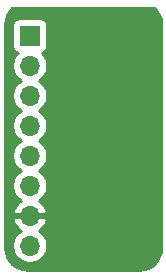
<source format=gbr>
G04 #@! TF.GenerationSoftware,KiCad,Pcbnew,5.1.5*
G04 #@! TF.CreationDate,2020-01-16T19:42:05-06:00*
G04 #@! TF.ProjectId,BMM150,424d4d31-3530-42e6-9b69-6361645f7063,rev?*
G04 #@! TF.SameCoordinates,Original*
G04 #@! TF.FileFunction,Copper,L2,Bot*
G04 #@! TF.FilePolarity,Positive*
%FSLAX46Y46*%
G04 Gerber Fmt 4.6, Leading zero omitted, Abs format (unit mm)*
G04 Created by KiCad (PCBNEW 5.1.5) date 2020-01-16 19:42:05*
%MOMM*%
%LPD*%
G04 APERTURE LIST*
%ADD10R,1.700000X1.700000*%
%ADD11O,1.700000X1.700000*%
%ADD12C,0.800000*%
%ADD13C,0.254000*%
G04 APERTURE END LIST*
D10*
X137715001Y-108505001D03*
D11*
X137715001Y-111045001D03*
X137715001Y-113585001D03*
X137715001Y-116125001D03*
X137715001Y-118665001D03*
X137715001Y-121205001D03*
X137715001Y-123745001D03*
X137715001Y-126285001D03*
D12*
X142500000Y-117000000D03*
X146375000Y-114075000D03*
D13*
G36*
X148294299Y-106196637D02*
G01*
X148522806Y-106472856D01*
X148693310Y-106788197D01*
X148799319Y-107130656D01*
X148840001Y-107517722D01*
X148840000Y-126467721D01*
X148801853Y-126856776D01*
X148698238Y-127199964D01*
X148529939Y-127516489D01*
X148303365Y-127794296D01*
X148027146Y-128022805D01*
X147711803Y-128193310D01*
X147369344Y-128299319D01*
X146982288Y-128340000D01*
X137532279Y-128340000D01*
X137143224Y-128301853D01*
X136800036Y-128198238D01*
X136483511Y-128029939D01*
X136205704Y-127803365D01*
X135977195Y-127527146D01*
X135806690Y-127211803D01*
X135700681Y-126869344D01*
X135660000Y-126482288D01*
X135660000Y-126138741D01*
X136230001Y-126138741D01*
X136230001Y-126431261D01*
X136287069Y-126718159D01*
X136399011Y-126988412D01*
X136561526Y-127231633D01*
X136768369Y-127438476D01*
X137011590Y-127600991D01*
X137281843Y-127712933D01*
X137568741Y-127770001D01*
X137861261Y-127770001D01*
X138148159Y-127712933D01*
X138418412Y-127600991D01*
X138661633Y-127438476D01*
X138868476Y-127231633D01*
X139030991Y-126988412D01*
X139142933Y-126718159D01*
X139200001Y-126431261D01*
X139200001Y-126138741D01*
X139142933Y-125851843D01*
X139030991Y-125581590D01*
X138868476Y-125338369D01*
X138661633Y-125131526D01*
X138479467Y-125009806D01*
X138596356Y-124940179D01*
X138812589Y-124745270D01*
X138986642Y-124511921D01*
X139111826Y-124249100D01*
X139156477Y-124101891D01*
X139035156Y-123872001D01*
X137842001Y-123872001D01*
X137842001Y-123892001D01*
X137588001Y-123892001D01*
X137588001Y-123872001D01*
X136394846Y-123872001D01*
X136273525Y-124101891D01*
X136318176Y-124249100D01*
X136443360Y-124511921D01*
X136617413Y-124745270D01*
X136833646Y-124940179D01*
X136950535Y-125009806D01*
X136768369Y-125131526D01*
X136561526Y-125338369D01*
X136399011Y-125581590D01*
X136287069Y-125851843D01*
X136230001Y-126138741D01*
X135660000Y-126138741D01*
X135660000Y-107655001D01*
X136226929Y-107655001D01*
X136226929Y-109355001D01*
X136239189Y-109479483D01*
X136275499Y-109599181D01*
X136334464Y-109709495D01*
X136413816Y-109806186D01*
X136510507Y-109885538D01*
X136620821Y-109944503D01*
X136693381Y-109966514D01*
X136561526Y-110098369D01*
X136399011Y-110341590D01*
X136287069Y-110611843D01*
X136230001Y-110898741D01*
X136230001Y-111191261D01*
X136287069Y-111478159D01*
X136399011Y-111748412D01*
X136561526Y-111991633D01*
X136768369Y-112198476D01*
X136942761Y-112315001D01*
X136768369Y-112431526D01*
X136561526Y-112638369D01*
X136399011Y-112881590D01*
X136287069Y-113151843D01*
X136230001Y-113438741D01*
X136230001Y-113731261D01*
X136287069Y-114018159D01*
X136399011Y-114288412D01*
X136561526Y-114531633D01*
X136768369Y-114738476D01*
X136942761Y-114855001D01*
X136768369Y-114971526D01*
X136561526Y-115178369D01*
X136399011Y-115421590D01*
X136287069Y-115691843D01*
X136230001Y-115978741D01*
X136230001Y-116271261D01*
X136287069Y-116558159D01*
X136399011Y-116828412D01*
X136561526Y-117071633D01*
X136768369Y-117278476D01*
X136942761Y-117395001D01*
X136768369Y-117511526D01*
X136561526Y-117718369D01*
X136399011Y-117961590D01*
X136287069Y-118231843D01*
X136230001Y-118518741D01*
X136230001Y-118811261D01*
X136287069Y-119098159D01*
X136399011Y-119368412D01*
X136561526Y-119611633D01*
X136768369Y-119818476D01*
X136942761Y-119935001D01*
X136768369Y-120051526D01*
X136561526Y-120258369D01*
X136399011Y-120501590D01*
X136287069Y-120771843D01*
X136230001Y-121058741D01*
X136230001Y-121351261D01*
X136287069Y-121638159D01*
X136399011Y-121908412D01*
X136561526Y-122151633D01*
X136768369Y-122358476D01*
X136950535Y-122480196D01*
X136833646Y-122549823D01*
X136617413Y-122744732D01*
X136443360Y-122978081D01*
X136318176Y-123240902D01*
X136273525Y-123388111D01*
X136394846Y-123618001D01*
X137588001Y-123618001D01*
X137588001Y-123598001D01*
X137842001Y-123598001D01*
X137842001Y-123618001D01*
X139035156Y-123618001D01*
X139156477Y-123388111D01*
X139111826Y-123240902D01*
X138986642Y-122978081D01*
X138812589Y-122744732D01*
X138596356Y-122549823D01*
X138479467Y-122480196D01*
X138661633Y-122358476D01*
X138868476Y-122151633D01*
X139030991Y-121908412D01*
X139142933Y-121638159D01*
X139200001Y-121351261D01*
X139200001Y-121058741D01*
X139142933Y-120771843D01*
X139030991Y-120501590D01*
X138868476Y-120258369D01*
X138661633Y-120051526D01*
X138487241Y-119935001D01*
X138661633Y-119818476D01*
X138868476Y-119611633D01*
X139030991Y-119368412D01*
X139142933Y-119098159D01*
X139200001Y-118811261D01*
X139200001Y-118518741D01*
X139142933Y-118231843D01*
X139030991Y-117961590D01*
X138868476Y-117718369D01*
X138661633Y-117511526D01*
X138487241Y-117395001D01*
X138661633Y-117278476D01*
X138868476Y-117071633D01*
X139030991Y-116828412D01*
X139142933Y-116558159D01*
X139200001Y-116271261D01*
X139200001Y-115978741D01*
X139142933Y-115691843D01*
X139030991Y-115421590D01*
X138868476Y-115178369D01*
X138661633Y-114971526D01*
X138487241Y-114855001D01*
X138661633Y-114738476D01*
X138868476Y-114531633D01*
X139030991Y-114288412D01*
X139142933Y-114018159D01*
X139200001Y-113731261D01*
X139200001Y-113438741D01*
X139142933Y-113151843D01*
X139030991Y-112881590D01*
X138868476Y-112638369D01*
X138661633Y-112431526D01*
X138487241Y-112315001D01*
X138661633Y-112198476D01*
X138868476Y-111991633D01*
X139030991Y-111748412D01*
X139142933Y-111478159D01*
X139200001Y-111191261D01*
X139200001Y-110898741D01*
X139142933Y-110611843D01*
X139030991Y-110341590D01*
X138868476Y-110098369D01*
X138736621Y-109966514D01*
X138809181Y-109944503D01*
X138919495Y-109885538D01*
X139016186Y-109806186D01*
X139095538Y-109709495D01*
X139154503Y-109599181D01*
X139190813Y-109479483D01*
X139203073Y-109355001D01*
X139203073Y-107655001D01*
X139190813Y-107530519D01*
X139154503Y-107410821D01*
X139095538Y-107300507D01*
X139016186Y-107203816D01*
X138919495Y-107124464D01*
X138809181Y-107065499D01*
X138689483Y-107029189D01*
X138565001Y-107016929D01*
X136865001Y-107016929D01*
X136740519Y-107029189D01*
X136620821Y-107065499D01*
X136510507Y-107124464D01*
X136413816Y-107203816D01*
X136334464Y-107300507D01*
X136275499Y-107410821D01*
X136239189Y-107530519D01*
X136226929Y-107655001D01*
X135660000Y-107655001D01*
X135660000Y-107532279D01*
X135698147Y-107143225D01*
X135801763Y-106800033D01*
X135970062Y-106483511D01*
X136196637Y-106205701D01*
X136291771Y-106127000D01*
X148208915Y-106127000D01*
X148294299Y-106196637D01*
G37*
X148294299Y-106196637D02*
X148522806Y-106472856D01*
X148693310Y-106788197D01*
X148799319Y-107130656D01*
X148840001Y-107517722D01*
X148840000Y-126467721D01*
X148801853Y-126856776D01*
X148698238Y-127199964D01*
X148529939Y-127516489D01*
X148303365Y-127794296D01*
X148027146Y-128022805D01*
X147711803Y-128193310D01*
X147369344Y-128299319D01*
X146982288Y-128340000D01*
X137532279Y-128340000D01*
X137143224Y-128301853D01*
X136800036Y-128198238D01*
X136483511Y-128029939D01*
X136205704Y-127803365D01*
X135977195Y-127527146D01*
X135806690Y-127211803D01*
X135700681Y-126869344D01*
X135660000Y-126482288D01*
X135660000Y-126138741D01*
X136230001Y-126138741D01*
X136230001Y-126431261D01*
X136287069Y-126718159D01*
X136399011Y-126988412D01*
X136561526Y-127231633D01*
X136768369Y-127438476D01*
X137011590Y-127600991D01*
X137281843Y-127712933D01*
X137568741Y-127770001D01*
X137861261Y-127770001D01*
X138148159Y-127712933D01*
X138418412Y-127600991D01*
X138661633Y-127438476D01*
X138868476Y-127231633D01*
X139030991Y-126988412D01*
X139142933Y-126718159D01*
X139200001Y-126431261D01*
X139200001Y-126138741D01*
X139142933Y-125851843D01*
X139030991Y-125581590D01*
X138868476Y-125338369D01*
X138661633Y-125131526D01*
X138479467Y-125009806D01*
X138596356Y-124940179D01*
X138812589Y-124745270D01*
X138986642Y-124511921D01*
X139111826Y-124249100D01*
X139156477Y-124101891D01*
X139035156Y-123872001D01*
X137842001Y-123872001D01*
X137842001Y-123892001D01*
X137588001Y-123892001D01*
X137588001Y-123872001D01*
X136394846Y-123872001D01*
X136273525Y-124101891D01*
X136318176Y-124249100D01*
X136443360Y-124511921D01*
X136617413Y-124745270D01*
X136833646Y-124940179D01*
X136950535Y-125009806D01*
X136768369Y-125131526D01*
X136561526Y-125338369D01*
X136399011Y-125581590D01*
X136287069Y-125851843D01*
X136230001Y-126138741D01*
X135660000Y-126138741D01*
X135660000Y-107655001D01*
X136226929Y-107655001D01*
X136226929Y-109355001D01*
X136239189Y-109479483D01*
X136275499Y-109599181D01*
X136334464Y-109709495D01*
X136413816Y-109806186D01*
X136510507Y-109885538D01*
X136620821Y-109944503D01*
X136693381Y-109966514D01*
X136561526Y-110098369D01*
X136399011Y-110341590D01*
X136287069Y-110611843D01*
X136230001Y-110898741D01*
X136230001Y-111191261D01*
X136287069Y-111478159D01*
X136399011Y-111748412D01*
X136561526Y-111991633D01*
X136768369Y-112198476D01*
X136942761Y-112315001D01*
X136768369Y-112431526D01*
X136561526Y-112638369D01*
X136399011Y-112881590D01*
X136287069Y-113151843D01*
X136230001Y-113438741D01*
X136230001Y-113731261D01*
X136287069Y-114018159D01*
X136399011Y-114288412D01*
X136561526Y-114531633D01*
X136768369Y-114738476D01*
X136942761Y-114855001D01*
X136768369Y-114971526D01*
X136561526Y-115178369D01*
X136399011Y-115421590D01*
X136287069Y-115691843D01*
X136230001Y-115978741D01*
X136230001Y-116271261D01*
X136287069Y-116558159D01*
X136399011Y-116828412D01*
X136561526Y-117071633D01*
X136768369Y-117278476D01*
X136942761Y-117395001D01*
X136768369Y-117511526D01*
X136561526Y-117718369D01*
X136399011Y-117961590D01*
X136287069Y-118231843D01*
X136230001Y-118518741D01*
X136230001Y-118811261D01*
X136287069Y-119098159D01*
X136399011Y-119368412D01*
X136561526Y-119611633D01*
X136768369Y-119818476D01*
X136942761Y-119935001D01*
X136768369Y-120051526D01*
X136561526Y-120258369D01*
X136399011Y-120501590D01*
X136287069Y-120771843D01*
X136230001Y-121058741D01*
X136230001Y-121351261D01*
X136287069Y-121638159D01*
X136399011Y-121908412D01*
X136561526Y-122151633D01*
X136768369Y-122358476D01*
X136950535Y-122480196D01*
X136833646Y-122549823D01*
X136617413Y-122744732D01*
X136443360Y-122978081D01*
X136318176Y-123240902D01*
X136273525Y-123388111D01*
X136394846Y-123618001D01*
X137588001Y-123618001D01*
X137588001Y-123598001D01*
X137842001Y-123598001D01*
X137842001Y-123618001D01*
X139035156Y-123618001D01*
X139156477Y-123388111D01*
X139111826Y-123240902D01*
X138986642Y-122978081D01*
X138812589Y-122744732D01*
X138596356Y-122549823D01*
X138479467Y-122480196D01*
X138661633Y-122358476D01*
X138868476Y-122151633D01*
X139030991Y-121908412D01*
X139142933Y-121638159D01*
X139200001Y-121351261D01*
X139200001Y-121058741D01*
X139142933Y-120771843D01*
X139030991Y-120501590D01*
X138868476Y-120258369D01*
X138661633Y-120051526D01*
X138487241Y-119935001D01*
X138661633Y-119818476D01*
X138868476Y-119611633D01*
X139030991Y-119368412D01*
X139142933Y-119098159D01*
X139200001Y-118811261D01*
X139200001Y-118518741D01*
X139142933Y-118231843D01*
X139030991Y-117961590D01*
X138868476Y-117718369D01*
X138661633Y-117511526D01*
X138487241Y-117395001D01*
X138661633Y-117278476D01*
X138868476Y-117071633D01*
X139030991Y-116828412D01*
X139142933Y-116558159D01*
X139200001Y-116271261D01*
X139200001Y-115978741D01*
X139142933Y-115691843D01*
X139030991Y-115421590D01*
X138868476Y-115178369D01*
X138661633Y-114971526D01*
X138487241Y-114855001D01*
X138661633Y-114738476D01*
X138868476Y-114531633D01*
X139030991Y-114288412D01*
X139142933Y-114018159D01*
X139200001Y-113731261D01*
X139200001Y-113438741D01*
X139142933Y-113151843D01*
X139030991Y-112881590D01*
X138868476Y-112638369D01*
X138661633Y-112431526D01*
X138487241Y-112315001D01*
X138661633Y-112198476D01*
X138868476Y-111991633D01*
X139030991Y-111748412D01*
X139142933Y-111478159D01*
X139200001Y-111191261D01*
X139200001Y-110898741D01*
X139142933Y-110611843D01*
X139030991Y-110341590D01*
X138868476Y-110098369D01*
X138736621Y-109966514D01*
X138809181Y-109944503D01*
X138919495Y-109885538D01*
X139016186Y-109806186D01*
X139095538Y-109709495D01*
X139154503Y-109599181D01*
X139190813Y-109479483D01*
X139203073Y-109355001D01*
X139203073Y-107655001D01*
X139190813Y-107530519D01*
X139154503Y-107410821D01*
X139095538Y-107300507D01*
X139016186Y-107203816D01*
X138919495Y-107124464D01*
X138809181Y-107065499D01*
X138689483Y-107029189D01*
X138565001Y-107016929D01*
X136865001Y-107016929D01*
X136740519Y-107029189D01*
X136620821Y-107065499D01*
X136510507Y-107124464D01*
X136413816Y-107203816D01*
X136334464Y-107300507D01*
X136275499Y-107410821D01*
X136239189Y-107530519D01*
X136226929Y-107655001D01*
X135660000Y-107655001D01*
X135660000Y-107532279D01*
X135698147Y-107143225D01*
X135801763Y-106800033D01*
X135970062Y-106483511D01*
X136196637Y-106205701D01*
X136291771Y-106127000D01*
X148208915Y-106127000D01*
X148294299Y-106196637D01*
M02*

</source>
